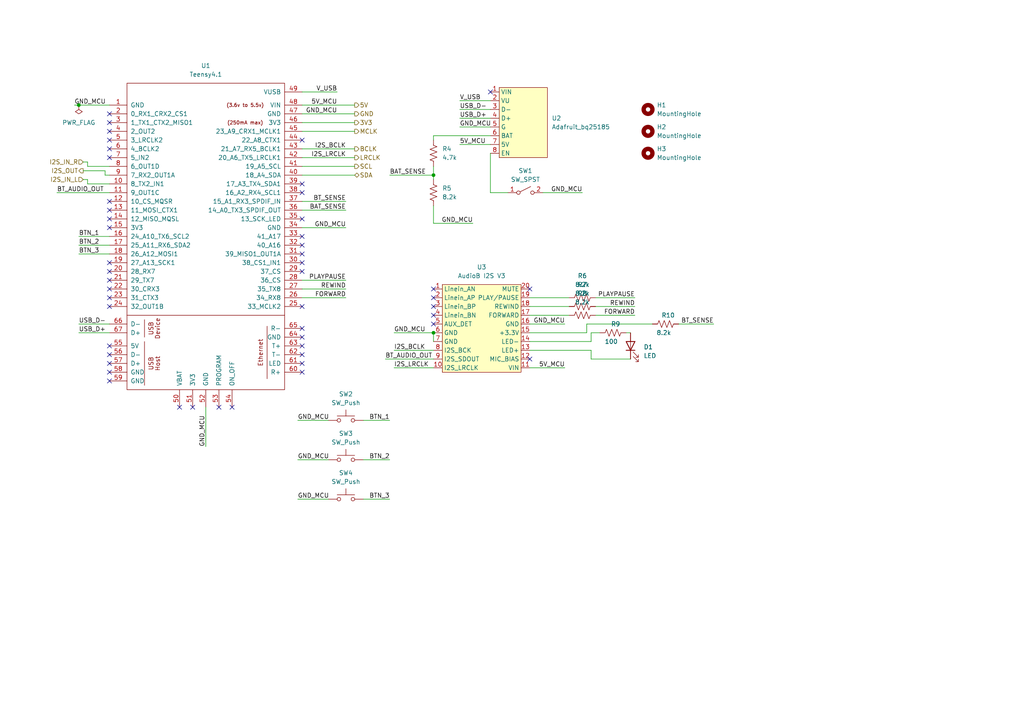
<source format=kicad_sch>
(kicad_sch (version 20231120) (generator "eeschema") (generator_version "8.0")
  (paper "A4")
  (lib_symbols
    (symbol "Device:LED" (pin_numbers hide) (pin_names (offset 1.016) hide)
      (property "Reference" "D" (at 0 2.54 0))
      (property "Value" "LED" (at 0 -2.54 0))
      (symbol "LED_0_1"
        (polyline (pts (xy -1.27 -1.27) (xy -1.27 1.27)) (stroke (width 0.254)))
        (polyline (pts (xy -1.27 0) (xy 1.27 0)))
        (polyline (pts (xy 1.27 -1.27) (xy 1.27 1.27) (xy -1.27 0) (xy 1.27 -1.27)) (stroke (width 0.254)))
        (polyline (pts (xy -3.048 -0.762) (xy -4.572 -2.286) (xy -3.81 -2.286) (xy -4.572 -2.286) (xy -4.572 -1.524)))
        (polyline (pts (xy -1.778 -0.762) (xy -3.302 -2.286) (xy -2.54 -2.286) (xy -3.302 -2.286) (xy -3.302 -1.524)))
      )
      (symbol "LED_1_1"
        (pin passive line (at -3.81 0 0) (length 2.54) (name "K") (number "1"))
        (pin passive line (at 3.81 0 180) (length 2.54) (name "A") (number "2"))
      )
    )
    (symbol "Device:R_US" (pin_numbers hide) (pin_names (offset 0))
      (property "Reference" "R" (at 2.54 0 90))
      (property "Value" "R_US" (at -2.54 0 90))
      (symbol "R_US_0_1"
        (polyline (pts (xy 0 -2.286) (xy 0 -2.54)))
        (polyline (pts (xy 0 2.286) (xy 0 2.54)))
        (polyline (pts (xy 0 -0.762) (xy 1.016 -1.143) (xy 0 -1.524) (xy -1.016 -1.905) (xy 0 -2.286)))
        (polyline (pts (xy 0 0.762) (xy 1.016 0.381) (xy 0 0) (xy -1.016 -0.381) (xy 0 -0.762)))
        (polyline (pts (xy 0 2.286) (xy 1.016 1.905) (xy 0 1.524) (xy -1.016 1.143) (xy 0 0.762)))
      )
      (symbol "R_US_1_1"
        (pin passive line (at 0 3.81 270) (length 1.27) (name "~") (number "1"))
        (pin passive line (at 0 -3.81 90) (length 1.27) (name "~") (number "2"))
      )
    )
    (symbol "Helmute:Adafruit_bq25185"
      (property "Reference" "U" (at 1.27 -1.524 0))
      (property "Value" "Adafruit_bq25185" (at 6.858 -5.334 90))
      (symbol "Adafruit_bq25185_1_1"
        (rectangle (start -5.08 5.08) (end 8.89 -15.24) (fill (type background)))
        (pin power_in line (at -7.62 3.81 0) (length 2.54) (name "VIN") (number "1"))
        (pin power_in line (at -7.62 1.27 0) (length 2.54) (name "VU") (number "2"))
        (pin bidirectional line (at -7.62 -1.27 0) (length 2.54) (name "D-") (number "3"))
        (pin bidirectional line (at -7.62 -3.81 0) (length 2.54) (name "D+") (number "4"))
        (pin passive line (at -7.62 -6.35 0) (length 2.54) (name "G") (number "5"))
        (pin power_out line (at -7.62 -8.89 0) (length 2.54) (name "BAT") (number "6"))
        (pin power_out line (at -7.62 -11.43 0) (length 2.54) (name "5V") (number "7"))
        (pin input line (at -7.62 -13.97 0) (length 2.54) (name "EN") (number "8"))
      )
    )
    (symbol "Helmute:AudioB_I2S"
      (property "Reference" "U" (at 2.032 13.97 0))
      (property "Value" "AudioB I2S V3" (at 1.778 12.7 0))
      (symbol "AudioB_I2S_1_1"
        (rectangle (start -8.89 11.43) (end 13.97 -13.97) (fill (type background)))
        (pin input line (at -11.43 10.16 0) (length 2.54) (name "Linein_AN") (number "1"))
        (pin input line (at -11.43 -12.7 0) (length 2.54) (name "I2S_LRCLK") (number "10"))
        (pin power_in line (at 16.51 -12.7 180) (length 2.54) (name "VIN") (number "11"))
        (pin output line (at 16.51 -10.16 180) (length 2.54) (name "MIC_BIAS") (number "12"))
        (pin output line (at 16.51 -7.62 180) (length 2.54) (name "LED+") (number "13"))
        (pin output line (at 16.51 -5.08 180) (length 2.54) (name "LED-") (number "14"))
        (pin power_out line (at 16.51 -2.54 180) (length 2.54) (name "+3.3V") (number "15"))
        (pin passive line (at 16.51 0 180) (length 2.54) (name "GND") (number "16"))
        (pin input line (at 16.51 2.54 180) (length 2.54) (name "FORWARD") (number "17"))
        (pin input line (at 16.51 5.08 180) (length 2.54) (name "REWIND") (number "18"))
        (pin input line (at 16.51 7.62 180) (length 2.54) (name "PLAY/PAUSE") (number "19"))
        (pin input line (at -11.43 7.62 0) (length 2.54) (name "Linein_AP") (number "2"))
        (pin output line (at 16.51 10.16 180) (length 2.54) (name "MUTE") (number "20"))
        (pin input line (at -11.43 5.08 0) (length 2.54) (name "Linein_BP") (number "3"))
        (pin input line (at -11.43 2.54 0) (length 2.54) (name "Linein_BN") (number "4"))
        (pin input line (at -11.43 0 0) (length 2.54) (name "AUX_DET") (number "5"))
        (pin passive line (at -11.43 -2.54 0) (length 2.54) (name "GND") (number "6"))
        (pin passive line (at -11.43 -5.08 0) (length 2.54) (name "GND") (number "7"))
        (pin input line (at -11.43 -7.62 0) (length 2.54) (name "I2S_BCK") (number "8"))
        (pin output line (at -11.43 -10.16 0) (length 2.54) (name "I2S_SDOUT") (number "9"))
      )
    )
    (symbol "Mechanical:MountingHole" (pin_names (offset 1.016)) (exclude_from_sim yes) (in_bom no)
      (property "Reference" "H" (at 0 5.08 0))
      (property "Value" "MountingHole" (at 0 3.175 0))
      (symbol "MountingHole_0_1"
        (circle (center 0 0) (radius 1.27) (stroke (width 1.27)))
      )
    )
    (symbol "Switch:SW_Push" (pin_numbers hide) (pin_names (offset 1.016) hide)
      (property "Reference" "SW" (at 1.27 2.54 0))
      (property "Value" "SW_Push" (at 0 -1.524 0))
      (symbol "SW_Push_0_1"
        (circle (center -2.032 0) (radius 0.508))
        (polyline (pts (xy 0 1.27) (xy 0 3.048)))
        (polyline (pts (xy 2.54 1.27) (xy -2.54 1.27)))
        (circle (center 2.032 0) (radius 0.508))
        (pin passive line (at -5.08 0 0) (length 2.54) (name "1") (number "1"))
        (pin passive line (at 5.08 0 180) (length 2.54) (name "2") (number "2"))
      )
    )
    (symbol "Switch:SW_SPST" (pin_names (offset 0) hide)
      (property "Reference" "SW" (at 0 3.175 0))
      (property "Value" "SW_SPST" (at 0 -2.54 0))
      (symbol "SW_SPST_0_0"
        (circle (center -2.032 0) (radius 0.508))
        (polyline (pts (xy -1.524 0.254) (xy 1.524 1.778)))
        (circle (center 2.032 0) (radius 0.508))
      )
      (symbol "SW_SPST_1_1"
        (pin passive line (at -5.08 0 0) (length 2.54) (name "A") (number "1"))
        (pin passive line (at 5.08 0 180) (length 2.54) (name "B") (number "2"))
      )
    )
    (symbol "Teensy:Teensy4.1" (pin_names (offset 1.016))
      (property "Reference" "U" (at 0 64.77 0))
      (property "Value" "Teensy4.1" (at 0 62.23 0))
      (symbol "Teensy4.1_0_0"
        (polyline (pts (xy -22.86 -6.35) (xy 22.86 -6.35)))
        (polyline (pts (xy -17.78 -26.67) (xy -17.78 -13.97)))
        (polyline (pts (xy -17.78 -7.62) (xy -17.78 -12.7)))
        (polyline (pts (xy 17.78 -9.525) (xy 17.78 -24.765)))
        (text "(250mA max)" (at 11.43 49.53 0) (effects (font (size 1.016 1.016))))
        (text "(3.6v to 5.5v)" (at 11.43 54.61 0) (effects (font (size 1.016 1.016))))
        (text "Device" (at -13.97 -10.16 900) (effects (font (size 1.27 1.27))))
        (text "Ethernet" (at 15.875 -17.145 900) (effects (font (size 1.27 1.27))))
        (text "Host" (at -13.97 -20.32 900) (effects (font (size 1.27 1.27))))
        (text "USB" (at -15.875 -20.32 900) (effects (font (size 1.27 1.27))))
        (text "USB" (at -15.875 -10.16 900) (effects (font (size 1.27 1.27))))
        (pin bidirectional line (at -27.94 31.75 0) (length 5.08) (name "8_TX2_IN1") (number "10"))
        (pin bidirectional line (at -27.94 29.21 0) (length 5.08) (name "9_OUT1C") (number "11"))
        (pin bidirectional line (at -27.94 26.67 0) (length 5.08) (name "10_CS_MQSR") (number "12"))
        (pin bidirectional line (at -27.94 24.13 0) (length 5.08) (name "11_MOSI_CTX1") (number "13"))
        (pin bidirectional line (at -27.94 21.59 0) (length 5.08) (name "12_MISO_MQSL") (number "14"))
        (pin power_in line (at -27.94 19.05 0) (length 5.08) (name "3V3") (number "15"))
        (pin bidirectional line (at -27.94 16.51 0) (length 5.08) (name "24_A10_TX6_SCL2") (number "16"))
        (pin bidirectional line (at -27.94 13.97 0) (length 5.08) (name "25_A11_RX6_SDA2") (number "17"))
        (pin bidirectional line (at -27.94 11.43 0) (length 5.08) (name "26_A12_MOSI1") (number "18"))
        (pin bidirectional line (at -27.94 8.89 0) (length 5.08) (name "27_A13_SCK1") (number "19"))
        (pin bidirectional line (at -27.94 6.35 0) (length 5.08) (name "28_RX7") (number "20"))
        (pin bidirectional line (at -27.94 3.81 0) (length 5.08) (name "29_TX7") (number "21"))
        (pin bidirectional line (at -27.94 1.27 0) (length 5.08) (name "30_CRX3") (number "22"))
        (pin bidirectional line (at -27.94 -1.27 0) (length 5.08) (name "31_CTX3") (number "23"))
        (pin bidirectional line (at -27.94 -3.81 0) (length 5.08) (name "32_OUT1B") (number "24"))
        (pin bidirectional line (at 27.94 -3.81 180) (length 5.08) (name "33_MCLK2") (number "25"))
        (pin bidirectional line (at 27.94 -1.27 180) (length 5.08) (name "34_RX8") (number "26"))
        (pin bidirectional line (at 27.94 1.27 180) (length 5.08) (name "35_TX8") (number "27"))
        (pin bidirectional line (at 27.94 3.81 180) (length 5.08) (name "36_CS") (number "28"))
        (pin bidirectional line (at 27.94 6.35 180) (length 5.08) (name "37_CS") (number "29"))
        (pin bidirectional line (at 27.94 8.89 180) (length 5.08) (name "38_CS1_IN1") (number "30"))
        (pin bidirectional line (at 27.94 11.43 180) (length 5.08) (name "39_MISO1_OUT1A") (number "31"))
        (pin bidirectional line (at 27.94 13.97 180) (length 5.08) (name "40_A16") (number "32"))
        (pin bidirectional line (at 27.94 16.51 180) (length 5.08) (name "41_A17") (number "33"))
        (pin bidirectional line (at 27.94 21.59 180) (length 5.08) (name "13_SCK_LED") (number "35"))
        (pin bidirectional line (at 27.94 24.13 180) (length 5.08) (name "14_A0_TX3_SPDIF_OUT") (number "36"))
        (pin bidirectional line (at 27.94 26.67 180) (length 5.08) (name "15_A1_RX3_SPDIF_IN") (number "37"))
        (pin bidirectional line (at 27.94 29.21 180) (length 5.08) (name "16_A2_RX4_SCL1") (number "38"))
        (pin bidirectional line (at 27.94 31.75 180) (length 5.08) (name "17_A3_TX4_SDA1") (number "39"))
        (pin bidirectional line (at 27.94 34.29 180) (length 5.08) (name "18_A4_SDA") (number "40"))
        (pin bidirectional line (at 27.94 36.83 180) (length 5.08) (name "19_A5_SCL") (number "41"))
        (pin bidirectional line (at 27.94 39.37 180) (length 5.08) (name "20_A6_TX5_LRCLK1") (number "42"))
        (pin bidirectional line (at 27.94 41.91 180) (length 5.08) (name "21_A7_RX5_BCLK1") (number "43"))
        (pin bidirectional line (at 27.94 44.45 180) (length 5.08) (name "22_A8_CTX1") (number "44"))
        (pin bidirectional line (at 27.94 46.99 180) (length 5.08) (name "23_A9_CRX1_MCLK1") (number "45"))
        (pin output line (at 27.94 49.53 180) (length 5.08) (name "3V3") (number "46"))
        (pin output line (at 27.94 52.07 180) (length 5.08) (name "GND") (number "47"))
        (pin power_in line (at 27.94 54.61 180) (length 5.08) (name "VIN") (number "48"))
        (pin power_out line (at 27.94 58.42 180) (length 5.08) (name "VUSB") (number "49"))
        (pin bidirectional line (at -27.94 44.45 0) (length 5.08) (name "3_LRCLK2") (number "5"))
        (pin power_in line (at -7.62 -33.02 90) (length 5.08) (name "VBAT") (number "50"))
        (pin power_in line (at -3.81 -33.02 90) (length 5.08) (name "3V3") (number "51"))
        (pin input line (at 0 -33.02 90) (length 5.08) (name "GND") (number "52"))
        (pin input line (at 3.81 -33.02 90) (length 5.08) (name "PROGRAM") (number "53"))
        (pin input line (at 7.62 -33.02 90) (length 5.08) (name "ON_OFF") (number "54"))
        (pin power_out line (at -27.94 -15.24 0) (length 5.08) (name "5V") (number "55"))
        (pin bidirectional line (at -27.94 -17.78 0) (length 5.08) (name "D-") (number "56"))
        (pin bidirectional line (at -27.94 -20.32 0) (length 5.08) (name "D+") (number "57"))
        (pin power_in line (at -27.94 -22.86 0) (length 5.08) (name "GND") (number "58"))
        (pin power_in line (at -27.94 -25.4 0) (length 5.08) (name "GND") (number "59"))
        (pin bidirectional line (at -27.94 41.91 0) (length 5.08) (name "4_BCLK2") (number "6"))
        (pin bidirectional line (at 27.94 -22.86 180) (length 5.08) (name "R+") (number "60"))
        (pin bidirectional line (at 27.94 -20.32 180) (length 5.08) (name "LED") (number "61"))
        (pin bidirectional line (at 27.94 -17.78 180) (length 5.08) (name "T-") (number "62"))
        (pin bidirectional line (at 27.94 -15.24 180) (length 5.08) (name "T+") (number "63"))
        (pin power_in line (at 27.94 -12.7 180) (length 5.08) (name "GND") (number "64"))
        (pin bidirectional line (at 27.94 -10.16 180) (length 5.08) (name "R-") (number "65"))
        (pin bidirectional line (at -27.94 -8.89 0) (length 5.08) (name "D-") (number "66"))
        (pin bidirectional line (at -27.94 -11.43 0) (length 5.08) (name "D+") (number "67"))
        (pin bidirectional line (at -27.94 39.37 0) (length 5.08) (name "5_IN2") (number "7"))
        (pin bidirectional line (at -27.94 36.83 0) (length 5.08) (name "6_OUT1D") (number "8"))
        (pin bidirectional line (at -27.94 34.29 0) (length 5.08) (name "7_RX2_OUT1A") (number "9"))
      )
      (symbol "Teensy4.1_0_1"
        (rectangle (start -22.86 60.96) (end 22.86 -27.94))
        (rectangle (start -20.32 -1.27) (end -20.32 -1.27))
      )
      (symbol "Teensy4.1_1_1"
        (pin power_in line (at -27.94 54.61 0) (length 5.08) (name "GND") (number "1"))
        (pin bidirectional line (at -27.94 52.07 0) (length 5.08) (name "0_RX1_CRX2_CS1") (number "2"))
        (pin bidirectional line (at -27.94 49.53 0) (length 5.08) (name "1_TX1_CTX2_MISO1") (number "3"))
        (pin power_in line (at 27.94 19.05 180) (length 5.08) (name "GND") (number "34"))
        (pin bidirectional line (at -27.94 46.99 0) (length 5.08) (name "2_OUT2") (number "4"))
      )
    )
    (symbol "power:PWR_FLAG" (power) (pin_numbers hide) (pin_names (offset 0) hide)
      (property "Value" "PWR_FLAG" (at 0 3.81 0))
      (symbol "PWR_FLAG_0_0"
        (pin power_out line (at 0 0 90) (length 0) (name "~") (number "1"))
      )
      (symbol "PWR_FLAG_0_1"
        (polyline (pts (xy 0 0) (xy 0 1.27) (xy -1.016 1.905) (xy 0 2.54) (xy 1.016 1.905) (xy 0 1.27)))
      )
    )
  )
  (junction (at 125.73 50.8))
  (junction (at 125.73 96.52))
  (junction (at 22.86 30.48))
  (no_connect (at 87.63 53.34))
  (no_connect (at 153.67 83.82))
  (no_connect (at 31.75 102.87))
  (no_connect (at 142.24 26.67))
  (no_connect (at 87.63 97.79))
  (no_connect (at 31.75 105.41))
  (no_connect (at 31.75 33.02))
  (no_connect (at 31.75 45.72))
  (no_connect (at 87.63 105.41))
  (no_connect (at 31.75 35.56))
  (no_connect (at 31.75 60.96))
  (no_connect (at 87.63 71.12))
  (no_connect (at 125.73 93.98))
  (no_connect (at 31.75 40.64))
  (no_connect (at 31.75 86.36))
  (no_connect (at 87.63 107.95))
  (no_connect (at 87.63 102.87))
  (no_connect (at 31.75 83.82))
  (no_connect (at 31.75 110.49))
  (no_connect (at 125.73 91.44))
  (no_connect (at 31.75 43.18))
  (no_connect (at 153.67 104.14))
  (no_connect (at 31.75 58.42))
  (no_connect (at 87.63 76.2))
  (no_connect (at 87.63 63.5))
  (no_connect (at 31.75 78.74))
  (no_connect (at 67.31 118.11))
  (no_connect (at 87.63 55.88))
  (no_connect (at 87.63 73.66))
  (no_connect (at 87.63 40.64))
  (no_connect (at 31.75 63.5))
  (no_connect (at 31.75 38.1))
  (no_connect (at 125.73 86.36))
  (no_connect (at 31.75 81.28))
  (no_connect (at 31.75 100.33))
  (no_connect (at 125.73 88.9))
  (no_connect (at 87.63 100.33))
  (no_connect (at 125.73 83.82))
  (no_connect (at 31.75 88.9))
  (no_connect (at 55.88 118.11))
  (no_connect (at 63.5 118.11))
  (no_connect (at 31.75 66.04))
  (no_connect (at 87.63 95.25))
  (no_connect (at 31.75 76.2))
  (no_connect (at 31.75 107.95))
  (no_connect (at 87.63 68.58))
  (no_connect (at 52.07 118.11))
  (no_connect (at 87.63 78.74))
  (no_connect (at 87.63 88.9))
  (wire (pts (xy 142.24 34.29) (xy 133.35 34.29)))
  (wire (pts (xy 165.1 88.9) (xy 153.67 88.9)))
  (wire (pts (xy 163.83 106.68) (xy 153.67 106.68)))
  (wire (pts (xy 87.63 43.18) (xy 102.87 43.18)))
  (wire (pts (xy 102.87 45.72) (xy 87.63 45.72)))
  (wire (pts (xy 87.63 58.42) (xy 100.33 58.42)))
  (wire (pts (xy 22.86 30.48) (xy 31.75 30.48)))
  (wire (pts (xy 24.13 52.07) (xy 25.4 52.07)))
  (wire (pts (xy 30.48 50.8) (xy 31.75 50.8)))
  (wire (pts (xy 111.76 104.14) (xy 125.73 104.14)))
  (wire (pts (xy 102.87 35.56) (xy 87.63 35.56)))
  (wire (pts (xy 125.73 40.64) (xy 125.73 39.37)))
  (wire (pts (xy 25.4 46.99) (xy 25.4 48.26)))
  (wire (pts (xy 86.36 133.35) (xy 95.25 133.35)))
  (wire (pts (xy 24.13 49.53) (xy 30.48 49.53)))
  (wire (pts (xy 114.3 96.52) (xy 125.73 96.52)))
  (wire (pts (xy 133.35 36.83) (xy 142.24 36.83)))
  (wire (pts (xy 21.59 30.48) (xy 22.86 30.48)))
  (wire (pts (xy 171.45 96.52) (xy 173.99 96.52)))
  (wire (pts (xy 100.33 81.28) (xy 87.63 81.28)))
  (wire (pts (xy 113.03 144.78) (xy 105.41 144.78)))
  (wire (pts (xy 87.63 33.02) (xy 102.87 33.02)))
  (wire (pts (xy 171.45 99.06) (xy 171.45 96.52)))
  (wire (pts (xy 137.16 64.77) (xy 125.73 64.77)))
  (wire (pts (xy 133.35 31.75) (xy 142.24 31.75)))
  (wire (pts (xy 113.03 121.92) (xy 105.41 121.92)))
  (wire (pts (xy 86.36 144.78) (xy 95.25 144.78)))
  (wire (pts (xy 22.86 68.58) (xy 31.75 68.58)))
  (wire (pts (xy 184.15 86.36) (xy 172.72 86.36)))
  (wire (pts (xy 163.83 93.98) (xy 153.67 93.98)))
  (wire (pts (xy 153.67 101.6) (xy 171.45 101.6)))
  (wire (pts (xy 168.91 55.88) (xy 157.48 55.88)))
  (wire (pts (xy 59.69 129.54) (xy 59.69 118.11)))
  (wire (pts (xy 181.61 96.52) (xy 182.88 96.52)))
  (wire (pts (xy 25.4 48.26) (xy 31.75 48.26)))
  (wire (pts (xy 22.86 96.52) (xy 31.75 96.52)))
  (wire (pts (xy 114.3 106.68) (xy 125.73 106.68)))
  (wire (pts (xy 30.48 49.53) (xy 30.48 50.8)))
  (wire (pts (xy 171.45 101.6) (xy 171.45 104.14)))
  (wire (pts (xy 170.18 96.52) (xy 170.18 93.98)))
  (wire (pts (xy 100.33 66.04) (xy 87.63 66.04)))
  (wire (pts (xy 87.63 30.48) (xy 102.87 30.48)))
  (wire (pts (xy 153.67 99.06) (xy 171.45 99.06)))
  (wire (pts (xy 114.3 101.6) (xy 125.73 101.6)))
  (wire (pts (xy 87.63 60.96) (xy 100.33 60.96)))
  (wire (pts (xy 87.63 26.67) (xy 97.79 26.67)))
  (wire (pts (xy 207.01 93.98) (xy 196.85 93.98)))
  (wire (pts (xy 125.73 96.52) (xy 125.73 99.06)))
  (wire (pts (xy 125.73 39.37) (xy 142.24 39.37)))
  (wire (pts (xy 113.03 50.8) (xy 125.73 50.8)))
  (wire (pts (xy 113.03 133.35) (xy 105.41 133.35)))
  (wire (pts (xy 16.51 55.88) (xy 31.75 55.88)))
  (wire (pts (xy 102.87 48.26) (xy 87.63 48.26)))
  (wire (pts (xy 171.45 104.14) (xy 182.88 104.14)))
  (wire (pts (xy 22.86 71.12) (xy 31.75 71.12)))
  (wire (pts (xy 102.87 50.8) (xy 87.63 50.8)))
  (wire (pts (xy 133.35 29.21) (xy 142.24 29.21)))
  (wire (pts (xy 25.4 52.07) (xy 25.4 53.34)))
  (wire (pts (xy 25.4 53.34) (xy 31.75 53.34)))
  (wire (pts (xy 86.36 121.92) (xy 95.25 121.92)))
  (wire (pts (xy 170.18 93.98) (xy 189.23 93.98)))
  (wire (pts (xy 153.67 96.52) (xy 170.18 96.52)))
  (wire (pts (xy 125.73 64.77) (xy 125.73 59.69)))
  (wire (pts (xy 147.32 55.88) (xy 142.24 55.88)))
  (wire (pts (xy 165.1 86.36) (xy 153.67 86.36)))
  (wire (pts (xy 133.35 41.91) (xy 142.24 41.91)))
  (wire (pts (xy 87.63 83.82) (xy 100.33 83.82)))
  (wire (pts (xy 22.86 93.98) (xy 31.75 93.98)))
  (wire (pts (xy 125.73 52.07) (xy 125.73 50.8)))
  (wire (pts (xy 24.13 46.99) (xy 25.4 46.99)))
  (wire (pts (xy 165.1 91.44) (xy 153.67 91.44)))
  (wire (pts (xy 22.86 73.66) (xy 31.75 73.66)))
  (wire (pts (xy 87.63 86.36) (xy 100.33 86.36)))
  (wire (pts (xy 102.87 38.1) (xy 87.63 38.1)))
  (wire (pts (xy 184.15 88.9) (xy 172.72 88.9)))
  (wire (pts (xy 142.24 55.88) (xy 142.24 44.45)))
  (wire (pts (xy 125.73 50.8) (xy 125.73 48.26)))
  (wire (pts (xy 184.15 91.44) (xy 172.72 91.44)))
  (label "REWIND" (at 100.33 83.82 180))
  (label "5V_MCU" (at 133.35 41.91 0))
  (label "REWIND" (at 184.15 88.9 180))
  (label "PLAYPAUSE" (at 184.15 86.36 180))
  (label "BTN_2" (at 113.03 133.35 180))
  (label "BTN_1" (at 113.03 121.92 180))
  (label "I2S_BCLK" (at 100.33 43.18 180))
  (label "GND_MCU" (at 168.91 55.88 180))
  (label "GND_MCU" (at 59.69 129.54 90))
  (label "GND_MCU" (at 100.33 66.04 180))
  (label "BTN_2" (at 22.86 71.12 0))
  (label "GND_MCU" (at 21.59 30.48 0))
  (label "USB_D-" (at 133.35 31.75 0))
  (label "FORWARD" (at 184.15 91.44 180))
  (label "GND_MCU" (at 86.36 144.78 0))
  (label "USB_D+" (at 22.86 96.52 0))
  (label "5V_MCU" (at 97.79 30.48 180))
  (label "BT_AUDIO_OUT" (at 111.76 104.14 0))
  (label "I2S_BCLK" (at 114.3 101.6 0))
  (label "BAT_SENSE" (at 100.33 60.96 180))
  (label "BT_SENSE" (at 207.01 93.98 180))
  (label "GND_MCU" (at 133.35 36.83 0))
  (label "BTN_3" (at 22.86 73.66 0))
  (label "BAT_SENSE" (at 113.03 50.8 0))
  (label "GND_MCU" (at 86.36 121.92 0))
  (label "5V_MCU" (at 163.83 106.68 180))
  (label "USB_D+" (at 133.35 34.29 0))
  (label "FORWARD" (at 100.33 86.36 180))
  (label "BTN_1" (at 22.86 68.58 0))
  (label "PLAYPAUSE" (at 100.33 81.28 180))
  (label "GND_MCU" (at 97.79 33.02 180))
  (label "BT_AUDIO_OUT" (at 16.51 55.88 0))
  (label "I2S_LRCLK" (at 114.3 106.68 0))
  (label "BT_SENSE" (at 100.33 58.42 180))
  (label "I2S_LRCLK" (at 100.33 45.72 180))
  (label "GND_MCU" (at 163.83 93.98 180))
  (label "GND_MCU" (at 114.3 96.52 0))
  (label "GND_MCU" (at 86.36 133.35 0))
  (label "V_USB" (at 133.35 29.21 0))
  (label "GND_MCU" (at 137.16 64.77 180))
  (label "V_USB" (at 97.79 26.67 180))
  (label "USB_D-" (at 22.86 93.98 0))
  (label "BTN_3" (at 113.03 144.78 180))
  (hierarchical_label "GND" (shape output) (at 102.87 33.02 0))
  (hierarchical_label "BCLK" (shape output) (at 102.87 43.18 0))
  (hierarchical_label "I2S_IN_R" (shape input) (at 24.13 46.99 180))
  (hierarchical_label "I2S_IN_L" (shape input) (at 24.13 52.07 180))
  (hierarchical_label "SCL" (shape output) (at 102.87 48.26 0))
  (hierarchical_label "LRCLK" (shape output) (at 102.87 45.72 0))
  (hierarchical_label "5V" (shape output) (at 102.87 30.48 0))
  (hierarchical_label "SDA" (shape bidirectional) (at 102.87 50.8 0))
  (hierarchical_label "MCLK" (shape output) (at 102.87 38.1 0))
  (hierarchical_label "I2S_OUT" (shape output) (at 24.13 49.53 180))
  (hierarchical_label "3V3" (shape output) (at 102.87 35.56 0))
  (symbol (lib_id "Helmute:Adafruit_bq25185") (at 149.86 30.48 0) (unit 1)
    (property "Reference" "U2" (at 160.02 34.2899 0) (effects (justify left)))
    (property "Value" "Adafruit_bq25185" (at 160.02 36.8299 0) (effects (justify left)))
    (property "Footprint" "Helmute:bq25185 5V Boost Breakout" (effects (hide yes)))
  )
  (symbol (lib_id "Device:R_US") (at 125.73 55.88 0) (unit 1)
    (property "Reference" "R5" (at 128.27 54.6099 0) (effects (justify left)))
    (property "Value" "8.2k" (at 128.27 57.1499 0) (effects (justify left)))
    (property "Footprint" "Resistor_SMD:R_0805_2012Metric" (effects (hide yes)))
    (property "Description" "Resistor, US symbol" (effects (hide yes)))
  )
  (symbol (lib_id "Device:R_US") (at 168.91 86.36 90) (unit 1)
    (property "Reference" "R6" (at 168.91 80.01 90))
    (property "Value" "8.2k" (at 168.91 82.55 90))
    (property "Footprint" "Resistor_SMD:R_0805_2012Metric" (effects (hide yes)))
    (property "Description" "Resistor, US symbol" (effects (hide yes)))
  )
  (symbol (lib_id "Device:R_US") (at 177.8 96.52 90) (unit 1)
    (property "Reference" "R9" (at 178.562 93.98 90))
    (property "Value" "100" (at 177.292 99.06 90))
    (property "Footprint" "Resistor_SMD:R_0805_2012Metric" (effects (hide yes)))
    (property "Description" "Resistor, US symbol" (effects (hide yes)))
  )
  (symbol (lib_id "Mechanical:MountingHole") (at 187.96 31.75 0) (unit 1) (exclude_from_sim yes) (in_bom no)
    (property "Reference" "H1" (at 190.5 30.4799 0) (effects (justify left)))
    (property "Value" "MountingHole" (at 190.5 33.0199 0) (effects (justify left)))
    (property "Footprint" "MountingHole:MountingHole_3.2mm_M3" (effects (hide yes)))
    (property "Description" "Mounting Hole without connection" (effects (hide yes)))
  )
  (symbol (lib_id "Switch:SW_Push") (at 100.33 121.92 0) (unit 1)
    (property "Reference" "SW2" (at 100.33 114.3 0))
    (property "Value" "SW_Push" (at 100.33 116.84 0))
    (property "Footprint" "Button_Switch_THT:SW_PUSH_6mm" (effects (hide yes)))
    (property "Description" "Push button switch, generic, two pins" (effects (hide yes)))
  )
  (symbol (lib_id "Helmute:AudioB_I2S") (at 137.16 93.98 0) (unit 1)
    (property "Reference" "U3" (at 139.7 77.47 0))
    (property "Value" "AudioB I2S V3" (at 139.7 80.01 0))
    (property "Footprint" "Helmute:AudioB" (effects (hide yes)))
  )
  (symbol (lib_id "Device:R_US") (at 168.91 91.44 90) (unit 1)
    (property "Reference" "R8" (at 168.91 85.09 90))
    (property "Value" "8.2k" (at 168.91 87.63 90))
    (property "Footprint" "Resistor_SMD:R_0805_2012Metric" (effects (hide yes)))
    (property "Description" "Resistor, US symbol" (effects (hide yes)))
  )
  (symbol (lib_id "Switch:SW_SPST") (at 152.4 55.88 0) (unit 1)
    (property "Reference" "SW1" (at 152.4 49.53 0))
    (property "Value" "SW_SPST" (at 152.4 52.07 0))
    (property "Footprint" "Button_Switch_THT:SW_Slide_SPDT_Angled_CK_OS102011MA1Q" (effects (hide yes)))
    (property "Description" "Single Pole Single Throw (SPST) switch" (effects (hide yes)))
  )
  (symbol (lib_id "Device:LED") (at 182.88 100.33 90) (unit 1)
    (property "Reference" "D1" (at 186.69 100.6474 90) (effects (justify right)))
    (property "Value" "LED" (at 186.69 103.1874 90) (effects (justify right)))
    (property "Footprint" "LED_THT:LED_D5.0mm" (effects (hide yes)))
    (property "Description" "Light emitting diode" (effects (hide yes)))
  )
  (symbol (lib_id "power:PWR_FLAG") (at 22.86 30.48 180) (unit 1)
    (property "Reference" "#FLG08" (effects (hide yes)))
    (property "Value" "PWR_FLAG" (at 22.86 35.56 0))
    (property "Description" "Special symbol for telling ERC where power comes from" (effects (hide yes)))
  )
  (symbol (lib_id "Mechanical:MountingHole") (at 187.96 38.1 0) (unit 1) (exclude_from_sim yes) (in_bom no)
    (property "Reference" "H2" (at 190.5 36.8299 0) (effects (justify left)))
    (property "Value" "MountingHole" (at 190.5 39.3699 0) (effects (justify left)))
    (property "Footprint" "MountingHole:MountingHole_3.2mm_M3" (effects (hide yes)))
    (property "Description" "Mounting Hole without connection" (effects (hide yes)))
  )
  (symbol (lib_id "Mechanical:MountingHole") (at 187.96 44.45 0) (unit 1) (exclude_from_sim yes) (in_bom no)
    (property "Reference" "H3" (at 190.5 43.1799 0) (effects (justify left)))
    (property "Value" "MountingHole" (at 190.5 45.7199 0) (effects (justify left)))
    (property "Footprint" "MountingHole:MountingHole_3.2mm_M3" (effects (hide yes)))
    (property "Description" "Mounting Hole without connection" (effects (hide yes)))
  )
  (symbol (lib_id "Device:R_US") (at 168.91 88.9 90) (unit 1)
    (property "Reference" "R7" (at 168.91 82.55 90))
    (property "Value" "8.2k" (at 168.91 85.09 90))
    (property "Footprint" "Resistor_SMD:R_0805_2012Metric" (effects (hide yes)))
    (property "Description" "Resistor, US symbol" (effects (hide yes)))
  )
  (symbol (lib_id "Teensy:Teensy4.1") (at 59.69 85.09 0) (unit 1)
    (property "Reference" "U1" (at 59.69 19.05 0))
    (property "Value" "Teensy4.1" (at 59.69 21.59 0))
    (property "Footprint" "Teensy:Teensy41" (effects (hide yes)))
  )
  (symbol (lib_id "Switch:SW_Push") (at 100.33 144.78 0) (unit 1)
    (property "Reference" "SW4" (at 100.33 137.16 0))
    (property "Value" "SW_Push" (at 100.33 139.7 0))
    (property "Footprint" "Button_Switch_THT:SW_PUSH_6mm" (effects (hide yes)))
    (property "Description" "Push button switch, generic, two pins" (effects (hide yes)))
  )
  (symbol (lib_id "Device:R_US") (at 193.04 93.98 90) (unit 1)
    (property "Reference" "R10" (at 193.802 91.44 90))
    (property "Value" "8.2k" (at 192.532 96.52 90))
    (property "Footprint" "Resistor_SMD:R_0805_2012Metric" (effects (hide yes)))
    (property "Description" "Resistor, US symbol" (effects (hide yes)))
  )
  (symbol (lib_id "Switch:SW_Push") (at 100.33 133.35 0) (unit 1)
    (property "Reference" "SW3" (at 100.33 125.73 0))
    (property "Value" "SW_Push" (at 100.33 128.27 0))
    (property "Footprint" "Button_Switch_THT:SW_PUSH_6mm" (effects (hide yes)))
    (property "Description" "Push button switch, generic, two pins" (effects (hide yes)))
  )
  (symbol (lib_id "Device:R_US") (at 125.73 44.45 0) (unit 1)
    (property "Reference" "R4" (at 128.27 43.1799 0) (effects (justify left)))
    (property "Value" "4.7k" (at 128.27 45.7199 0) (effects (justify left)))
    (property "Footprint" "Resistor_SMD:R_0805_2012Metric" (effects (hide yes)))
    (property "Description" "Resistor, US symbol" (effects (hide yes)))
  )
)
</source>
